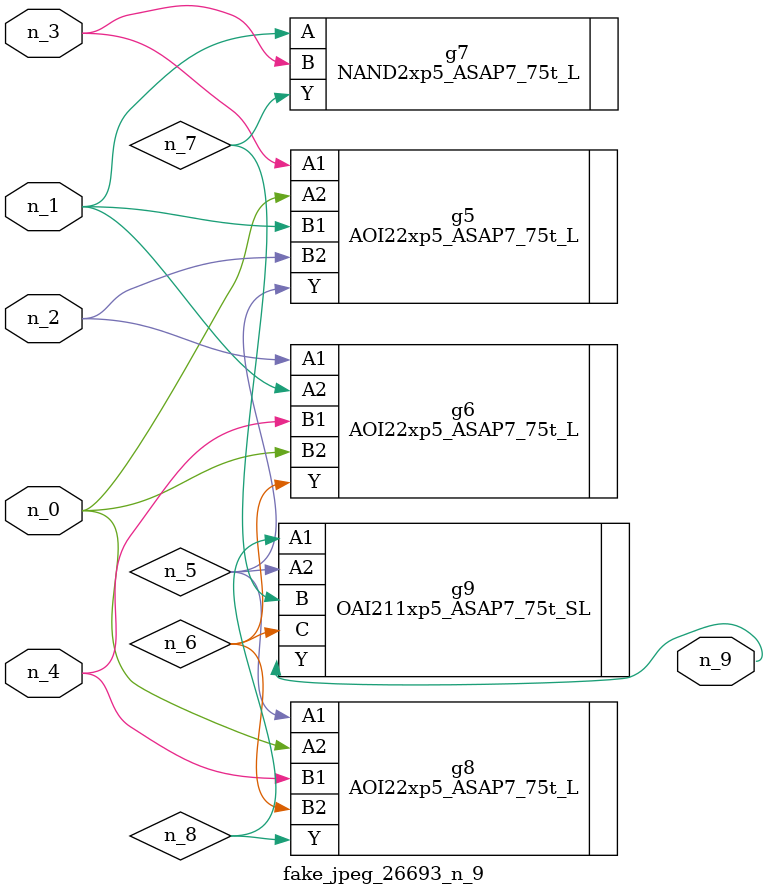
<source format=v>
module fake_jpeg_26693_n_9 (n_3, n_2, n_1, n_0, n_4, n_9);

input n_3;
input n_2;
input n_1;
input n_0;
input n_4;

output n_9;

wire n_8;
wire n_6;
wire n_5;
wire n_7;

AOI22xp5_ASAP7_75t_L g5 ( 
.A1(n_3),
.A2(n_0),
.B1(n_1),
.B2(n_2),
.Y(n_5)
);

AOI22xp5_ASAP7_75t_L g6 ( 
.A1(n_2),
.A2(n_1),
.B1(n_4),
.B2(n_0),
.Y(n_6)
);

NAND2xp5_ASAP7_75t_L g7 ( 
.A(n_1),
.B(n_3),
.Y(n_7)
);

AOI22xp5_ASAP7_75t_L g8 ( 
.A1(n_5),
.A2(n_0),
.B1(n_4),
.B2(n_6),
.Y(n_8)
);

OAI211xp5_ASAP7_75t_SL g9 ( 
.A1(n_8),
.A2(n_5),
.B(n_7),
.C(n_6),
.Y(n_9)
);


endmodule
</source>
